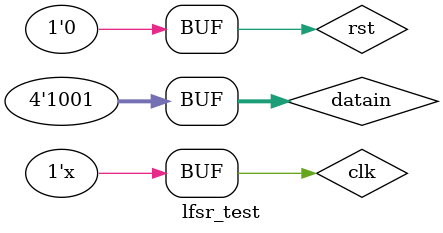
<source format=v>

 module lfsr_test();
 
 reg rst,clk;
 reg [3:0]datain;
 
 wire [3:0]out;
 
 
 lfsr test(
 .rst(rst),
 .clk(clk),
 .datain(datain),
 .out(out)
 );
 
 initial clk = 0;
 always #5 clk = ~clk;

initial begin
rst = 1;
datain = 1001;
#20;
rst = 0;



end
 endmodule

</source>
